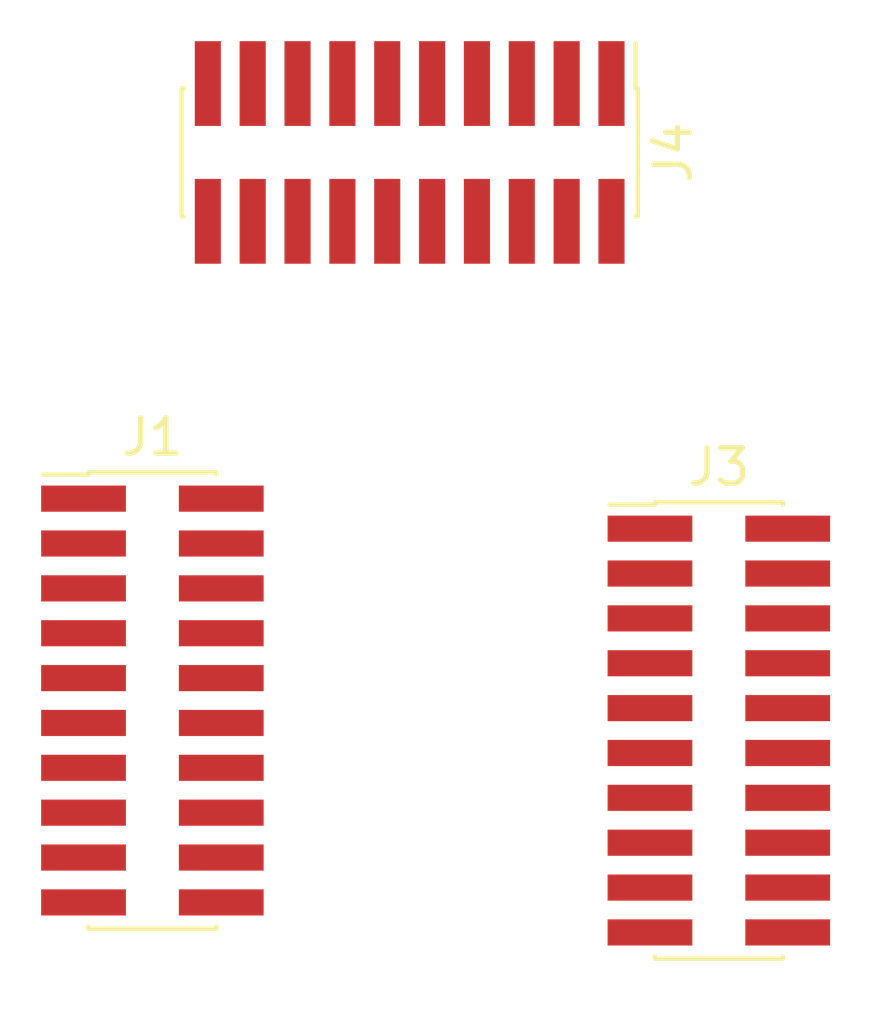
<source format=kicad_pcb>
(kicad_pcb (version 20241229) (generator "pcbnew") (generator_version "9.0")
  (layers (0 "F.Cu" signal) (2 "B.Cu" signal) (13 "F.Paste" user) (15 "B.Paste" user) (5 "F.SilkS" user "F.Silkscreen") (7 "B.SilkS" user "B.Silkscreen") (1 "F.Mask" user) (3 "B.Mask" user) (25 "Edge.Cuts" user))
  (net 0 "")
  (net 1 "IO5{slash}TDI")
  (net 2 "IO8{slash}BOOT")
  (net 3 "IO3")
  (net 4 "GND")
  (net 5 "+3V3")
  (net 6 "IO11{slash}nRST")
  (net 7 "IO4{slash}TRST")
  (net 8 "IO10{slash}TDO")
  (net 9 "IO9{slash}nRST")
  (net 10 "IO13")
  (net 11 "IO15{slash}UART_RX")
  (net 12 "IO14{slash}UART_TX")
  (net 13 "IO6{slash}SWDIO")
  (net 14 "IO7{slash}SWCLK")
  (net 15 "IO2")
  (net 16 "IO12")
  (net 17 "IO37{slash}U0TXD")
  (net 18 "IO35{slash}BOOT")
  (net 19 "CHIP_PU")
  (net 20 "USB_D-")
  (net 21 "IO38{slash}U0RXD")
  (net 23 "JTAG_D+")
  (net 24 "JTAG_D-")
  (net 25 "IO26")
  (net 26 "USB_D+")
  (net 27 "IO27")
  (net 28 "IO53")
  (net 29 "IO40{slash}SDDAT1")
  (net 30 "IO43{slash}SDCLK")
  (net 31 "IO39{slash}SDDAT0")
  (net 32 "IO49")
  (net 33 "IO46")
  (net 34 "IO50")
  (net 35 "IO45{slash}SDDET")
  (net 36 "IO47")
  (net 37 "IO48")
  (net 38 "IO42{slash}SDDAT3")
  (net 39 "IO51")
  (net 40 "IO52")
  (net 41 "IO44{slash}SDCMD")
  (net 42 "IO41{slash}SDDAT2")
  (footprint "Connector_PinHeader_1.27mm:PinHeader_2x10_P1.27mm_Vertical_SMD" (layer "F.Cu") (at 88.655 67.83 -90)
    (property "Reference" "J4" (at 0 -7.46 90) (layer "F.SilkS"))
    (property "Value" "SD_PINS")
    (fp_line (start -1.815 6.46) (end 1.815 6.46) (stroke (width 0.12)) (layer "F.SilkS"))
    (fp_line (start -1.815 6.395) (end -1.815 6.46) (stroke (width 0.12)) (layer "F.SilkS"))
    (fp_line (start 1.815 6.395) (end 1.815 6.46) (stroke (width 0.12)) (layer "F.SilkS"))
    (fp_line (start -3.09 -6.395) (end -1.815 -6.395) (stroke (width 0.12)) (layer "F.SilkS"))
    (fp_line (start -1.815 -6.46) (end -1.815 -6.395) (stroke (width 0.12)) (layer "F.SilkS"))
    (fp_line (start -1.815 -6.46) (end 1.815 -6.46) (stroke (width 0.12)) (layer "F.SilkS"))
    (fp_line (start 1.815 -6.46) (end 1.815 -6.395) (stroke (width 0.12)) (layer "F.SilkS"))
    (pad "1" smd rect (at -1.95 -5.715 270) (size 2.4 0.74) (layers "F.Cu" "F.Mask" "F.Paste") (net 5 "+3V3"))
    (pad "2" smd rect (at 1.95 -5.715 270) (size 2.4 0.74) (layers "F.Cu" "F.Mask" "F.Paste") (net 5 "+3V3"))
    (pad "3" smd rect (at -1.95 -4.445 270) (size 2.4 0.74) (layers "F.Cu" "F.Mask" "F.Paste") (net 33 "IO46"))
    (pad "4" smd rect (at 1.95 -4.445 270) (size 2.4 0.74) (layers "F.Cu" "F.Mask" "F.Paste") (net 35 "IO45{slash}SDDET"))
    (pad "5" smd rect (at -1.95 -3.175 270) (size 2.4 0.74) (layers "F.Cu" "F.Mask" "F.Paste") (net 36 "IO47"))
    (pad "6" smd rect (at 1.95 -3.175 270) (size 2.4 0.74) (layers "F.Cu" "F.Mask" "F.Paste") (net 31 "IO39{slash}SDDAT0"))
    (pad "7" smd rect (at -1.95 -1.905 270) (size 2.4 0.74) (layers "F.Cu" "F.Mask" "F.Paste") (net 37 "IO48"))
    (pad "8" smd rect (at 1.95 -1.905 270) (size 2.4 0.74) (layers "F.Cu" "F.Mask" "F.Paste") (net 29 "IO40{slash}SDDAT1"))
    (pad "9" smd rect (at -1.95 -0.635 270) (size 2.4 0.74) (layers "F.Cu" "F.Mask" "F.Paste") (net 32 "IO49"))
    (pad "10" smd rect (at 1.95 -0.635 270) (size 2.4 0.74) (layers "F.Cu" "F.Mask" "F.Paste") (net 42 "IO41{slash}SDDAT2"))
    (pad "11" smd rect (at -1.95 0.635 270) (size 2.4 0.74) (layers "F.Cu" "F.Mask" "F.Paste") (net 34 "IO50"))
    (pad "12" smd rect (at 1.95 0.635 270) (size 2.4 0.74) (layers "F.Cu" "F.Mask" "F.Paste") (net 38 "IO42{slash}SDDAT3"))
    (pad "13" smd rect (at -1.95 1.905 270) (size 2.4 0.74) (layers "F.Cu" "F.Mask" "F.Paste") (net 39 "IO51"))
    (pad "14" smd rect (at 1.95 1.905 270) (size 2.4 0.74) (layers "F.Cu" "F.Mask" "F.Paste") (net 30 "IO43{slash}SDCLK"))
    (pad "15" smd rect (at -1.95 3.175 270) (size 2.4 0.74) (layers "F.Cu" "F.Mask" "F.Paste") (net 40 "IO52"))
    (pad "16" smd rect (at 1.95 3.175 270) (size 2.4 0.74) (layers "F.Cu" "F.Mask" "F.Paste") (net 41 "IO44{slash}SDCMD"))
    (pad "17" smd rect (at -1.95 4.445 270) (size 2.4 0.74) (layers "F.Cu" "F.Mask" "F.Paste") (net 28 "IO53"))
    (pad "18" smd rect (at 1.95 4.445 270) (size 2.4 0.74) (layers "F.Cu" "F.Mask" "F.Paste") (net 4 "GND"))
    (pad "19" smd rect (at -1.95 5.715 270) (size 2.4 0.74) (layers "F.Cu" "F.Mask" "F.Paste") (net 4 "GND"))
    (pad "20" smd rect (at 1.95 5.715 270) (size 2.4 0.74) (layers "F.Cu" "F.Mask" "F.Paste") (net 4 "GND"))
  )
  (footprint "Connector_PinHeader_1.27mm:PinHeader_2x10_P1.27mm_Vertical_SMD" (layer "F.Cu") (at 97.41 84.195)
    (property "Reference" "J3" (at 0 -7.46 0) (layer "F.SilkS"))
    (property "Value" "DBG_PINS")
    (fp_line (start -3.09 -6.395) (end -1.815 -6.395) (stroke (width 0.12)) (layer "F.SilkS"))
    (fp_line (start -1.815 -6.46) (end -1.815 -6.395) (stroke (width 0.12)) (layer "F.SilkS"))
    (fp_line (start -1.815 -6.46) (end 1.815 -6.46) (stroke (width 0.12)) (layer "F.SilkS"))
    (fp_line (start -1.815 6.395) (end -1.815 6.46) (stroke (width 0.12)) (layer "F.SilkS"))
    (fp_line (start -1.815 6.46) (end 1.815 6.46) (stroke (width 0.12)) (layer "F.SilkS"))
    (fp_line (start 1.815 -6.46) (end 1.815 -6.395) (stroke (width 0.12)) (layer "F.SilkS"))
    (fp_line (start 1.815 6.395) (end 1.815 6.46) (stroke (width 0.12)) (layer "F.SilkS"))
    (pad "1" smd rect (at -1.95 -5.715) (size 2.4 0.74) (layers "F.Cu" "F.Mask" "F.Paste") (net 5 "+3V3"))
    (pad "2" smd rect (at 1.95 -5.715) (size 2.4 0.74) (layers "F.Cu" "F.Mask" "F.Paste") (net 5 "+3V3"))
    (pad "3" smd rect (at -1.95 -4.445) (size 2.4 0.74) (layers "F.Cu" "F.Mask" "F.Paste") (net 5 "+3V3"))
    (pad "4" smd rect (at 1.95 -4.445) (size 2.4 0.74) (layers "F.Cu" "F.Mask" "F.Paste") (net 5 "+3V3"))
    (pad "5" smd rect (at -1.95 -3.175) (size 2.4 0.74) (layers "F.Cu" "F.Mask" "F.Paste") (net 27 "IO27"))
    (pad "6" smd rect (at 1.95 -3.175) (size 2.4 0.74) (layers "F.Cu" "F.Mask" "F.Paste") (net 19 "CHIP_PU"))
    (pad "7" smd rect (at -1.95 -1.905) (size 2.4 0.74) (layers "F.Cu" "F.Mask" "F.Paste") (net 25 "IO26"))
    (pad "8" smd rect (at 1.95 -1.905) (size 2.4 0.74) (layers "F.Cu" "F.Mask" "F.Paste") (net 18 "IO35{slash}BOOT"))
    (pad "9" smd rect (at -1.95 -0.635) (size 2.4 0.74) (layers "F.Cu" "F.Mask" "F.Paste") (net 23 "JTAG_D+"))
    (pad "10" smd rect (at 1.95 -0.635) (size 2.4 0.74) (layers "F.Cu" "F.Mask" "F.Paste") (net 4 "GND"))
    (pad "11" smd rect (at -1.95 0.635) (size 2.4 0.74) (layers "F.Cu" "F.Mask" "F.Paste") (net 24 "JTAG_D-"))
    (pad "12" smd rect (at 1.95 0.635) (size 2.4 0.74) (layers "F.Cu" "F.Mask" "F.Paste") (net 21 "IO38{slash}U0RXD"))
    (pad "13" smd rect (at -1.95 1.905) (size 2.4 0.74) (layers "F.Cu" "F.Mask" "F.Paste") (net 26 "USB_D+"))
    (pad "14" smd rect (at 1.95 1.905) (size 2.4 0.74) (layers "F.Cu" "F.Mask" "F.Paste") (net 17 "IO37{slash}U0TXD"))
    (pad "15" smd rect (at -1.95 3.175) (size 2.4 0.74) (layers "F.Cu" "F.Mask" "F.Paste") (net 20 "USB_D-"))
    (pad "16" smd rect (at 1.95 3.175) (size 2.4 0.74) (layers "F.Cu" "F.Mask" "F.Paste"))
    (pad "17" smd rect (at -1.95 4.445) (size 2.4 0.74) (layers "F.Cu" "F.Mask" "F.Paste") (net 4 "GND"))
    (pad "18" smd rect (at 1.95 4.445) (size 2.4 0.74) (layers "F.Cu" "F.Mask" "F.Paste") (net 4 "GND"))
    (pad "19" smd rect (at -1.95 5.715) (size 2.4 0.74) (layers "F.Cu" "F.Mask" "F.Paste") (net 4 "GND"))
    (pad "20" smd rect (at 1.95 5.715) (size 2.4 0.74) (layers "F.Cu" "F.Mask" "F.Paste") (net 4 "GND"))
  )
  (footprint "Connector_PinHeader_1.27mm:PinHeader_2x10_P1.27mm_Vertical_SMD" (layer "F.Cu") (at 81.37 83.345)
    (property "Reference" "J1" (at 0 -7.46 0) (layer "F.SilkS"))
    (property "Value" "PROG_PIN")
    (fp_line (start -3.09 -6.395) (end -1.815 -6.395) (stroke (width 0.12)) (layer "F.SilkS"))
    (fp_line (start -1.815 -6.46) (end -1.815 -6.395) (stroke (width 0.12)) (layer "F.SilkS"))
    (fp_line (start -1.815 -6.46) (end 1.815 -6.46) (stroke (width 0.12)) (layer "F.SilkS"))
    (fp_line (start -1.815 6.395) (end -1.815 6.46) (stroke (width 0.12)) (layer "F.SilkS"))
    (fp_line (start -1.815 6.46) (end 1.815 6.46) (stroke (width 0.12)) (layer "F.SilkS"))
    (fp_line (start 1.815 -6.46) (end 1.815 -6.395) (stroke (width 0.12)) (layer "F.SilkS"))
    (fp_line (start 1.815 6.395) (end 1.815 6.46) (stroke (width 0.12)) (layer "F.SilkS"))
    (pad "1" smd rect (at -1.95 -5.715) (size 2.4 0.74) (layers "F.Cu" "F.Mask" "F.Paste") (net 5 "+3V3"))
    (pad "2" smd rect (at 1.95 -5.715) (size 2.4 0.74) (layers "F.Cu" "F.Mask" "F.Paste") (net 5 "+3V3"))
    (pad "3" smd rect (at -1.95 -4.445) (size 2.4 0.74) (layers "F.Cu" "F.Mask" "F.Paste") (net 4 "GND"))
    (pad "4" smd rect (at 1.95 -4.445) (size 2.4 0.74) (layers "F.Cu" "F.Mask" "F.Paste") (net 7 "IO4{slash}TRST"))
    (pad "5" smd rect (at -1.95 -3.175) (size 2.4 0.74) (layers "F.Cu" "F.Mask" "F.Paste") (net 15 "IO2"))
    (pad "6" smd rect (at 1.95 -3.175) (size 2.4 0.74) (layers "F.Cu" "F.Mask" "F.Paste") (net 1 "IO5{slash}TDI"))
    (pad "7" smd rect (at -1.95 -1.905) (size 2.4 0.74) (layers "F.Cu" "F.Mask" "F.Paste") (net 3 "IO3"))
    (pad "8" smd rect (at 1.95 -1.905) (size 2.4 0.74) (layers "F.Cu" "F.Mask" "F.Paste") (net 13 "IO6{slash}SWDIO"))
    (pad "9" smd rect (at -1.95 -0.635) (size 2.4 0.74) (layers "F.Cu" "F.Mask" "F.Paste") (net 16 "IO12"))
    (pad "10" smd rect (at 1.95 -0.635) (size 2.4 0.74) (layers "F.Cu" "F.Mask" "F.Paste") (net 14 "IO7{slash}SWCLK"))
    (pad "11" smd rect (at -1.95 0.635) (size 2.4 0.74) (layers "F.Cu" "F.Mask" "F.Paste") (net 4 "GND"))
    (pad "12" smd rect (at 1.95 0.635) (size 2.4 0.74) (layers "F.Cu" "F.Mask" "F.Paste") (net 2 "IO8{slash}BOOT"))
    (pad "13" smd rect (at -1.95 1.905) (size 2.4 0.74) (layers "F.Cu" "F.Mask" "F.Paste") (net 10 "IO13"))
    (pad "14" smd rect (at 1.95 1.905) (size 2.4 0.74) (layers "F.Cu" "F.Mask" "F.Paste") (net 4 "GND"))
    (pad "15" smd rect (at -1.95 3.175) (size 2.4 0.74) (layers "F.Cu" "F.Mask" "F.Paste") (net 4 "GND"))
    (pad "16" smd rect (at 1.95 3.175) (size 2.4 0.74) (layers "F.Cu" "F.Mask" "F.Paste") (net 9 "IO9{slash}nRST"))
    (pad "17" smd rect (at -1.95 4.445) (size 2.4 0.74) (layers "F.Cu" "F.Mask" "F.Paste") (net 12 "IO14{slash}UART_TX"))
    (pad "18" smd rect (at 1.95 4.445) (size 2.4 0.74) (layers "F.Cu" "F.Mask" "F.Paste") (net 8 "IO10{slash}TDO"))
    (pad "19" smd rect (at -1.95 5.715) (size 2.4 0.74) (layers "F.Cu" "F.Mask" "F.Paste") (net 11 "IO15{slash}UART_RX"))
    (pad "20" smd rect (at 1.95 5.715) (size 2.4 0.74) (layers "F.Cu" "F.Mask" "F.Paste") (net 6 "IO11{slash}nRST"))
  )
)
</source>
